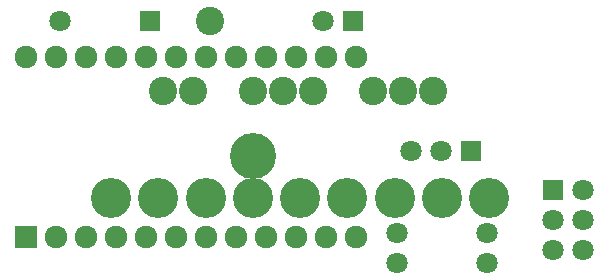
<source format=gbr>
G04 #@! TF.FileFunction,Soldermask,Bot*
%FSLAX46Y46*%
G04 Gerber Fmt 4.6, Leading zero omitted, Abs format (unit mm)*
G04 Created by KiCad (PCBNEW 4.0.1-stable) date 2017/09/04 6:08:59*
%MOMM*%
G01*
G04 APERTURE LIST*
%ADD10C,0.100000*%
%ADD11R,1.797000X1.797000*%
%ADD12C,1.797000*%
%ADD13R,1.924000X1.924000*%
%ADD14C,1.924000*%
%ADD15C,2.400000*%
%ADD16C,3.400000*%
%ADD17C,3.900000*%
G04 APERTURE END LIST*
D10*
D11*
X218500000Y-116500000D03*
D12*
X215960000Y-116500000D03*
X213420000Y-116500000D03*
D11*
X225420000Y-119880000D03*
D12*
X227960000Y-119880000D03*
X225420000Y-122420000D03*
X227960000Y-122420000D03*
X225420000Y-124960000D03*
X227960000Y-124960000D03*
D11*
X208500000Y-105500000D03*
D12*
X205960000Y-105500000D03*
D13*
X180770000Y-123820000D03*
D14*
X183310000Y-123820000D03*
X185850000Y-123820000D03*
X188390000Y-123820000D03*
X190930000Y-123820000D03*
X193470000Y-123820000D03*
X196010000Y-123820000D03*
X198550000Y-123820000D03*
X201090000Y-123820000D03*
X203630000Y-123820000D03*
X206170000Y-123820000D03*
X208710000Y-123820000D03*
X208710000Y-108580000D03*
X206170000Y-108580000D03*
X203630000Y-108580000D03*
X201090000Y-108580000D03*
X198550000Y-108580000D03*
X196010000Y-108580000D03*
X193470000Y-108580000D03*
X190930000Y-108580000D03*
X188390000Y-108580000D03*
X185850000Y-108580000D03*
X183310000Y-108580000D03*
X180770000Y-108580000D03*
D15*
X215240000Y-111500000D03*
X212700000Y-111500000D03*
X210160000Y-111500000D03*
X205080000Y-111500000D03*
X202540000Y-111500000D03*
X200000000Y-111500000D03*
X194920000Y-111500000D03*
X192380000Y-111500000D03*
D16*
X200000000Y-120500000D03*
D17*
X200000000Y-117000000D03*
D16*
X204000000Y-120500000D03*
X208000000Y-120500000D03*
X212000000Y-120500000D03*
X216000000Y-120500000D03*
X220000000Y-120500000D03*
X196000000Y-120500000D03*
X192000000Y-120500000D03*
X188000000Y-120500000D03*
D15*
X196400000Y-105500000D03*
D12*
X212190000Y-123500000D03*
X219810000Y-123500000D03*
X212190000Y-126000000D03*
X219810000Y-126000000D03*
D11*
X191310000Y-105500000D03*
D12*
X183690000Y-105500000D03*
M02*

</source>
